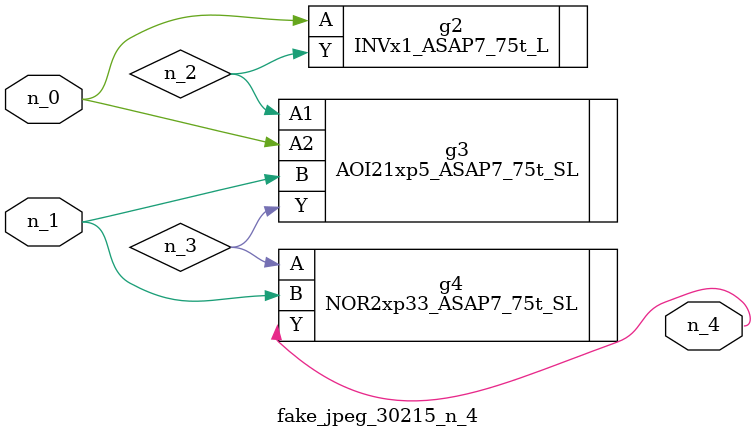
<source format=v>
module fake_jpeg_30215_n_4 (n_0, n_1, n_4);

input n_0;
input n_1;

output n_4;

wire n_2;
wire n_3;

INVx1_ASAP7_75t_L g2 ( 
.A(n_0),
.Y(n_2)
);

AOI21xp5_ASAP7_75t_SL g3 ( 
.A1(n_2),
.A2(n_0),
.B(n_1),
.Y(n_3)
);

NOR2xp33_ASAP7_75t_SL g4 ( 
.A(n_3),
.B(n_1),
.Y(n_4)
);


endmodule
</source>
